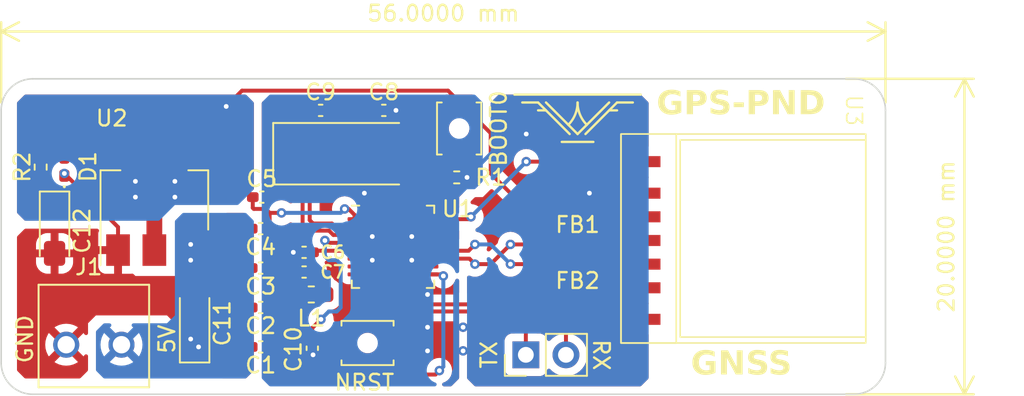
<source format=kicad_pcb>
(kicad_pcb (version 20221018) (generator pcbnew)
  (layers (0 "F.Cu" signal) (31 "B.Cu" signal) (34 "B.Paste" user) (35 "F.Paste" user) (36 "B.SilkS" user "B.Silkscreen") (37 "F.SilkS" user "F.Silkscreen") (38 "B.Mask" user) (39 "F.Mask" user) (44 "Edge.Cuts" user))
  (net 0 "")
  (net 1 "VBAT")
  (net 2 "GND")
  (net 3 "VDDA")
  (net 4 "OSC_IN")
  (net 5 "OSC_OUT")
  (net 6 "NRST")
  (net 7 "5V")
  (net 8 "Net-(D1-A)")
  (net 9 "Net-(U3-RXD)")
  (net 10 "USART1_tX")
  (net 11 "Net-(U3-TXD)")
  (net 12 "USART1_rX")
  (net 13 "BOOT0")
  (net 16 "USART2_tX")
  (net 17 "USART2_rX")
  (net 18 "PPS(interrupt)")
  (net 24 "unconnected-(U1-PA11-Pad21)")
  (footprint "Crystal:Crystal_SMD_0603-2Pin_6.0x3.5mm_HandSoldering" (layer "F.Cu") (at 151 98.75)
    (fp_text reference "Y1" hide)
    (fp_text value "8Mhz" hide)
    (fp_line (start -4.775 -1.95) (end -4.775 1.95) (stroke (width 0.12)) (layer "F.SilkS"))
    (fp_line (start -4.775 1.95) (end 3.2 1.95) (stroke (width 0.12)) (layer "F.SilkS"))
    (fp_line (start 3.2 -1.95) (end -4.775 -1.95) (stroke (width 0.12)) (layer "F.SilkS"))
    (pad "1" smd rect (at -2.9125 0) (size 3.325 2.5) (layers "F.Cu" "F.Paste" "F.Mask") (net 5 "OSC_OUT"))
    (pad "2" smd rect (at 2.9125 0) (size 3.325 2.5) (layers "F.Cu" "F.Paste" "F.Mask") (net 4 "OSC_IN"))
  )
  (footprint "GPS-PND:ED555_2DS" (layer "F.Cu") (at 134.8685 110.8585)
    (fp_text reference "J1" (at -0.325 -4.925) (layer "F.SilkS"))
    (fp_text value "ED555/2DS" hide)
    (fp_line (start -3.5 -3.8) (end -3.5 2.7) (stroke (width 0.127)) (layer "F.SilkS"))
    (fp_line (start -3.5 2.7) (end 3.5 2.7) (stroke (width 0.127)) (layer "F.SilkS"))
    (fp_line (start 3.5 -3.8) (end -3.5 -3.8) (stroke (width 0.127)) (layer "F.SilkS"))
    (fp_line (start 3.5 2.7) (end 3.5 -3.8) (stroke (width 0.127)) (layer "F.SilkS"))
    (pad "1" thru_hole circle (at -1.75 0) (size 1.65 1.65) (drill 1.1) (layers "*.Cu" "*.Mask") (net 2 "GND"))
    (pad "2" thru_hole circle (at 1.75 0) (size 1.65 1.65) (drill 1.1) (layers "*.Cu" "*.Mask") (net 7 "5V"))
  )
  (footprint "Connector_PinHeader_2.54mm:PinHeader_1x02_P2.54mm_Vertical" (layer "F.Cu") (at 162.225 111.5 90)
    (fp_text reference "TX" (at 0 -2.33 90) (layer "F.SilkS"))
    (fp_text value "Conn_01x02" hide)
    (fp_line (start -1.33 -1.33) (end 0 -1.33) (stroke (width 0.12)) (layer "F.SilkS"))
    (fp_line (start -1.33 0) (end -1.33 -1.33) (stroke (width 0.12)) (layer "F.SilkS"))
    (fp_line (start -1.33 1.27) (end -1.33 3.87) (stroke (width 0.12)) (layer "F.SilkS"))
    (fp_line (start -1.33 1.27) (end 1.33 1.27) (stroke (width 0.12)) (layer "F.SilkS"))
    (fp_line (start -1.33 3.87) (end 1.33 3.87) (stroke (width 0.12)) (layer "F.SilkS"))
    (fp_line (start 1.33 1.27) (end 1.33 3.87) (stroke (width 0.12)) (layer "F.SilkS"))
    (pad "1" thru_hole rect (at 0 0 90) (size 1.7 1.7) (drill 1) (layers "*.Cu" "*.Mask") (net 16 "USART2_tX"))
    (pad "2" thru_hole oval (at 0 2.54 90) (size 1.7 1.7) (drill 1) (layers "*.Cu" "*.Mask") (net 17 "USART2_rX"))
  )
  (footprint "Package_DFN_QFN:QFN-32-1EP_5x5mm_P0.5mm_EP3.45x3.45mm" (layer "F.Cu") (at 153.8125 104.65)
    (fp_text reference "U1" (at 4.1 -2.4) (layer "F.SilkS"))
    (fp_text value "STM32F301K6Ux")
    (fp_line (start -2.61 2.61) (end -2.61 2.135) (stroke (width 0.12)) (layer "F.SilkS"))
    (fp_line (start -2.135 -2.61) (end -2.61 -2.61) (stroke (width 0.12)) (layer "F.SilkS"))
    (fp_line (start -2.135 2.61) (end -2.61 2.61) (stroke (width 0.12)) (layer "F.SilkS"))
    (fp_line (start 2.135 -2.61) (end 2.61 -2.61) (stroke (width 0.12)) (layer "F.SilkS"))
    (fp_line (start 2.135 2.61) (end 2.61 2.61) (stroke (width 0.12)) (layer "F.SilkS"))
    (fp_line (start 2.61 -2.61) (end 2.61 -2.135) (stroke (width 0.12)) (layer "F.SilkS"))
    (fp_line (start 2.61 2.61) (end 2.61 2.135) (stroke (width 0.12)) (layer "F.SilkS"))
    (pad "1" smd roundrect (at -2.4375 -1.75) (size 0.875 0.25) (layers "F.Cu" "F.Paste" "F.Mask") (net 1 "VBAT"))
    (pad "2" smd roundrect (at -2.4375 -1.25) (size 0.875 0.25) (layers "F.Cu" "F.Paste" "F.Mask") (net 4 "OSC_IN"))
    (pad "3" smd roundrect (at -2.4375 -0.75) (size 0.875 0.25) (layers "F.Cu" "F.Paste" "F.Mask") (net 5 "OSC_OUT"))
    (pad "4" smd roundrect (at -2.4375 -0.25) (size 0.875 0.25) (layers "F.Cu" "F.Paste" "F.Mask") (net 6 "NRST"))
    (pad "5" smd roundrect (at -2.4375 0.25) (size 0.875 0.25) (layers "F.Cu" "F.Paste" "F.Mask") (net 3 "VDDA"))
    (pad "6" smd roundrect (at -2.4375 0.75) (size 0.875 0.25) (layers "F.Cu" "F.Paste" "F.Mask") (net 2 "GND"))
    (pad "7" smd roundrect (at -2.4375 1.25) (size 0.875 0.25) (layers "F.Cu" "F.Paste" "F.Mask"))
    (pad "8" smd roundrect (at -2.4375 1.75) (size 0.875 0.25) (layers "F.Cu" "F.Paste" "F.Mask"))
    (pad "9" smd roundrect (at -1.75 2.4375) (size 0.25 0.875) (layers "F.Cu" "F.Paste" "F.Mask") (net 16 "USART2_tX"))
    (pad "10" smd roundrect (at -1.25 2.4375) (size 0.25 0.875) (layers "F.Cu" "F.Paste" "F.Mask") (net 17 "USART2_rX"))
    (pad "11" smd roundrect (at -0.75 2.4375) (size 0.25 0.875) (layers "F.Cu" "F.Paste" "F.Mask"))
    (pad "12" smd roundrect (at -0.25 2.4375) (size 0.25 0.875) (layers "F.Cu" "F.Paste" "F.Mask"))
    (pad "13" smd roundrect (at 0.25 2.4375) (size 0.25 0.875) (layers "F.Cu" "F.Paste" "F.Mask"))
    (pad "14" smd roundrect (at 0.75 2.4375) (size 0.25 0.875) (layers "F.Cu" "F.Paste" "F.Mask"))
    (pad "15" smd roundrect (at 1.25 2.4375) (size 0.25 0.875) (layers "F.Cu" "F.Paste" "F.Mask"))
    (pad "16" smd roundrect (at 1.75 2.4375) (size 0.25 0.875) (layers "F.Cu" "F.Paste" "F.Mask") (net 2 "GND"))
    (pad "17" smd roundrect (at 2.4375 1.75) (size 0.875 0.25) (layers "F.Cu" "F.Paste" "F.Mask") (net 1 "VBAT"))
    (pad "18" smd roundrect (at 2.4375 1.25) (size 0.875 0.25) (layers "F.Cu" "F.Paste" "F.Mask"))
    (pad "19" smd roundrect (at 2.4375 0.75) (size 0.875 0.25) (layers "F.Cu" "F.Paste" "F.Mask") (net 10 "USART1_tX"))
    (pad "20" smd roundrect (at 2.4375 0.25) (size 0.875 0.25) (layers "F.Cu" "F.Paste" "F.Mask") (net 12 "USART1_rX"))
    (pad "21" smd roundrect (at 2.4375 -0.25) (size 0.875 0.25) (layers "F.Cu" "F.Paste" "F.Mask") (net 24 "unconnected-(U1-PA11-Pad21)"))
    (pad "22" smd roundrect (at 2.4375 -0.75) (size 0.875 0.25) (layers "F.Cu" "F.Paste" "F.Mask"))
    (pad "23" smd roundrect (at 2.4375 -1.25) (size 0.875 0.25) (layers "F.Cu" "F.Paste" "F.Mask"))
    (pad "24" smd roundrect (at 2.4375 -1.75) (size 0.875 0.25) (layers "F.Cu" "F.Paste" "F.Mask") (net 18 "PPS(interrupt)"))
    (pad "25" smd roundrect (at 1.75 -2.4375) (size 0.25 0.875) (layers "F.Cu" "F.Paste" "F.Mask"))
    (pad "26" smd roundrect (at 1.25 -2.4375) (size 0.25 0.875) (layers "F.Cu" "F.Paste" "F.Mask"))
    (pad "27" smd roundrect (at 0.75 -2.4375) (size 0.25 0.875) (layers "F.Cu" "F.Paste" "F.Mask"))
    (pad "28" smd roundrect (at 0.25 -2.4375) (size 0.25 0.875) (layers "F.Cu" "F.Paste" "F.Mask"))
    (pad "29" smd roundrect (at -0.25 -2.4375) (size 0.25 0.875) (layers "F.Cu" "F.Paste" "F.Mask"))
    (pad "30" smd roundrect (at -0.75 -2.4375) (size 0.25 0.875) (layers "F.Cu" "F.Paste" "F.Mask"))
    (pad "31" smd roundrect (at -1.25 -2.4375) (size 0.25 0.875) (layers "F.Cu" "F.Paste" "F.Mask") (net 13 "BOOT0"))
    (pad "32" smd roundrect (at -1.75 -2.4375) (size 0.25 0.875) (layers "F.Cu" "F.Paste" "F.Mask") (net 2 "GND"))
    (pad "33" smd rect (at 0 0) (size 3.45 3.45) (layers "F.Cu" "F.Mask") (net 2 "GND"))
  )
  (footprint "Capacitor_SMD:C_0402_1005Metric_Pad0.74x0.62mm_HandSolder" (layer "F.Cu") (at 148.1825 106.25)
    (fp_text reference "C7" (at 1.8175 0) (layer "F.SilkS") (effects (font (size 0.8 0.8))))
    (fp_text value "10 nF" hide)
    (fp_line (start -0.115835 -0.36) (end 0.115835 -0.36) (stroke (width 0.12)) (layer "F.SilkS"))
    (fp_line (start -0.115835 0.36) (end 0.115835 0.36) (stroke (width 0.12)) (layer "F.SilkS"))
    (pad "1" smd roundrect (at -0.5675 0) (size 0.735 0.62) (layers "F.Cu" "F.Paste" "F.Mask") (net 2 "GND"))
    (pad "2" smd roundrect (at 0.5675 0) (size 0.735 0.62) (layers "F.Cu" "F.Paste" "F.Mask") (net 3 "VDDA"))
  )
  (footprint "GPS-PND:MS38SN3" (layer "F.Cu") (at 176 104.25 -90)
    (fp_text reference "U3" (at -8.25 -7 -90 unlocked) (layer "F.SilkS") (effects (font (thickness 0.1))))
    (fp_text value "~" hide)
    (fp_rect (start -6.75 -7.75) (end 6.5 7.75) (stroke (width 0.1)) (fill none) (layer "F.SilkS"))
    (fp_rect (start -6.75 4.25) (end 6.5 7.75) (stroke (width 0.1)) (fill none) (layer "F.SilkS"))
    (fp_rect (start -6.375 -7.75) (end 6.125 4) (stroke (width 0.1)) (fill none) (layer "F.SilkS"))
    (pad "1" smd rect (at 5 6.5 270) (size 0.7 2.5) (layers "F.Cu" "F.Paste" "F.Mask"))
    (pad "2" smd rect (at 3 6.5 270) (size 0.7 2.5) (layers "F.Cu" "F.Paste" "F.Mask"))
    (pad "3" smd rect (at 1.5 6.5 270) (size 0.7 2.5) (layers "F.Cu" "F.Paste" "F.Mask") (net 11 "Net-(U3-TXD)"))
    (pad "4" smd rect (at 0 6.5 270) (size 0.7 2.5) (layers "F.Cu" "F.Paste" "F.Mask") (net 9 "Net-(U3-RXD)"))
    (pad "5" smd rect (at -1.5 6.5 270) (size 0.7 2.5) (layers "F.Cu" "F.Paste" "F.Mask") (net 1 "VBAT"))
    (pad "6" smd rect (at -3 6.5 270) (size 0.7 2.5) (layers "F.Cu" "F.Paste" "F.Mask") (net 2 "GND"))
    (pad "7" smd rect (at -5 6.5 270) (size 0.7 2.5) (layers "F.Cu" "F.Paste" "F.Mask") (net 18 "PPS(interrupt)"))
  )
  (footprint "Resistor_SMD:R_0402_1005Metric_Pad0.72x0.64mm_HandSolder" (layer "F.Cu") (at 157.8475 100.25)
    (fp_text reference "R1" (at 2.1525 0) (layer "F.SilkS"))
    (fp_text value "4.7k" hide)
    (fp_line (start -0.167621 -0.38) (end 0.167621 -0.38) (stroke (width 0.12)) (layer "F.SilkS"))
    (fp_line (start -0.167621 0.38) (end 0.167621 0.38) (stroke (width 0.12)) (layer "F.SilkS"))
    (pad "1" smd roundrect (at -0.5975 0) (size 0.715 0.64) (layers "F.Cu" "F.Paste" "F.Mask") (net 13 "BOOT0"))
    (pad "2" smd roundrect (at 0.5975 0) (size 0.715 0.64) (layers "F.Cu" "F.Paste" "F.Mask") (net 2 "GND"))
  )
  (footprint "Capacitor_SMD:C_0402_1005Metric_Pad0.74x0.62mm_HandSolder" (layer "F.Cu") (at 145.4325 111 180)
    (fp_text reference "C1" (at 0 -1.16) (layer "F.SilkS"))
    (fp_text value "100 nF" hide)
    (fp_line (start -0.115835 -0.36) (end 0.115835 -0.36) (stroke (width 0.12)) (layer "F.SilkS"))
    (fp_line (start -0.115835 0.36) (end 0.115835 0.36) (stroke (width 0.12)) (layer "F.SilkS"))
    (pad "1" smd roundrect (at -0.5675 0 180) (size 0.735 0.62) (layers "F.Cu" "F.Paste" "F.Mask") (net 1 "VBAT"))
    (pad "2" smd roundrect (at 0.5675 0 180) (size 0.735 0.62) (layers "F.Cu" "F.Paste" "F.Mask") (net 2 "GND"))
  )
  (footprint "Inductor_SMD:L_0603_1608Metric_Pad1.05x0.95mm_HandSolder" (layer "F.Cu") (at 148.6375 107.6725)
    (fp_text reference "L1" (at 0 1.51) (layer "F.SilkS"))
    (fp_text value "27 nH" hide)
    (fp_line (start -0.171267 -0.51) (end 0.171267 -0.51) (stroke (width 0.12)) (layer "F.SilkS"))
    (fp_line (start -0.171267 0.51) (end 0.171267 0.51) (stroke (width 0.12)) (layer "F.SilkS"))
    (pad "1" smd roundrect (at -0.875 0) (size 1.05 0.95) (layers "F.Cu" "F.Paste" "F.Mask") (net 1 "VBAT"))
    (pad "2" smd roundrect (at 0.875 0) (size 1.05 0.95) (layers "F.Cu" "F.Paste" "F.Mask") (net 3 "VDDA"))
  )
  (footprint "Capacitor_SMD:C_0402_1005Metric_Pad0.74x0.62mm_HandSolder" (layer "F.Cu") (at 148.1825 105)
    (fp_text reference "C6" (at 1.8175 0) (layer "F.SilkS") (effects (font (size 0.8 0.8))))
    (fp_text value "1 uF" hide)
    (fp_line (start -0.115835 -0.36) (end 0.115835 -0.36) (stroke (width 0.12)) (layer "F.SilkS"))
    (fp_line (start -0.115835 0.36) (end 0.115835 0.36) (stroke (width 0.12)) (layer "F.SilkS"))
    (pad "1" smd roundrect (at -0.5675 0) (size 0.735 0.62) (layers "F.Cu" "F.Paste" "F.Mask") (net 2 "GND"))
    (pad "2" smd roundrect (at 0.5675 0) (size 0.735 0.62) (layers "F.Cu" "F.Paste" "F.Mask") (net 3 "VDDA"))
  )
  (footprint "Capacitor_SMD:C_0402_1005Metric_Pad0.74x0.62mm_HandSolder" (layer "F.Cu") (at 153.23 96)
    (fp_text reference "C8" (at 0 -1.16) (layer "F.SilkS"))
    (fp_text value "5 pF" hide)
    (fp_line (start -0.115835 -0.36) (end 0.115835 -0.36) (stroke (width 0.12)) (layer "F.SilkS"))
    (fp_line (start -0.115835 0.36) (end 0.115835 0.36) (stroke (width 0.12)) (layer "F.SilkS"))
    (pad "1" smd roundrect (at -0.5675 0) (size 0.735 0.62) (layers "F.Cu" "F.Paste" "F.Mask") (net 4 "OSC_IN"))
    (pad "2" smd roundrect (at 0.5675 0) (size 0.735 0.62) (layers "F.Cu" "F.Paste" "F.Mask") (net 2 "GND"))
  )
  (footprint "Capacitor_SMD:C_0402_1005Metric_Pad0.74x0.62mm_HandSolder" (layer "F.Cu") (at 145.5 101.5)
    (fp_text reference "C5" (at 0 -1.16) (layer "F.SilkS"))
    (fp_text value "4.7 uF" hide)
    (fp_line (start -0.115835 -0.36) (end 0.115835 -0.36) (stroke (width 0.12)) (layer "F.SilkS"))
    (fp_line (start -0.115835 0.36) (end 0.115835 0.36) (stroke (width 0.12)) (layer "F.SilkS"))
    (pad "1" smd roundrect (at -0.5675 0) (size 0.735 0.62) (layers "F.Cu" "F.Paste" "F.Mask") (net 1 "VBAT"))
    (pad "2" smd roundrect (at 0.5675 0) (size 0.735 0.62) (layers "F.Cu" "F.Paste" "F.Mask") (net 2 "GND"))
  )
  (footprint "LED_SMD:LED_0402_1005Metric_Pad0.77x0.64mm_HandSolder" (layer "F.Cu") (at 133 99.572501 90)
    (fp_text reference "D1" (at 0 1.5 90) (layer "F.SilkS"))
    (fp_text value "~" hide)
    (fp_circle (center -1.265 0) (end -1.215 0) (stroke (width 0.1)) (fill none) (layer "F.SilkS"))
    (pad "1" smd roundrect (at -0.5725 0 90) (size 0.765 0.64) (layers "F.Cu" "F.Paste" "F.Mask") (net 2 "GND"))
    (pad "2" smd roundrect (at 0.5725 0 90) (size 0.765 0.64) (layers "F.Cu" "F.Paste" "F.Mask") (net 8 "Net-(D1-A)"))
  )
  (footprint "Capacitor_Tantalum_SMD:CP_EIA-3216-12_Kemet-S_Pad1.58x1.35mm_HandSolder" (layer "F.Cu") (at 141.25 109.5 90)
    (fp_text reference "C11" (at 0 1.75 90) (layer "F.SilkS"))
    (fp_text value "10 uF")
    (fp_line (start -2.485 -0.935) (end -2.485 0.935) (stroke (width 0.12)) (layer "F.SilkS"))
    (fp_line (start -2.485 0.935) (end 1.6 0.935) (stroke (width 0.12)) (layer "F.SilkS"))
    (fp_line (start 1.6 -0.935) (end -2.485 -0.935) (stroke (width 0.12)) (layer "F.SilkS"))
    (pad "1" smd roundrect (at -1.4375 0 90) (size 1.575 1.35) (layers "F.Cu" "F.Paste" "F.Mask") (roundrect_rratio 0.185185) (net 7 "5V"))
    (pad "2" smd roundrect (at 1.4375 0 90) (size 1.575 1.35) (layers "F.Cu" "F.Paste" "F.Mask") (roundrect_rratio 0.185185) (net 2 "GND"))
  )
  (footprint "Capacitor_Tantalum_SMD:CP_EIA-3216-12_Kemet-S_Pad1.58x1.35mm_HandSolder" (layer "F.Cu") (at 132.38 103.63 -90)
    (fp_text reference "C12" (at 0 -1.75 -90) (layer "F.SilkS"))
    (fp_text value "22 uF")
    (fp_line (start -2.485 -0.935) (end -2.485 0.935) (stroke (width 0.12)) (layer "F.SilkS"))
    (fp_line (start -2.485 0.935) (end 1.6 0.935) (stroke (width 0.12)) (layer "F.SilkS"))
    (fp_line (start 1.6 -0.935) (end -2.485 -0.935) (stroke (width 0.12)) (layer "F.SilkS"))
    (pad "1" smd roundrect (at -1.4375 0 270) (size 1.575 1.35) (layers "F.Cu" "F.Paste" "F.Mask") (roundrect_rratio 0.185185) (net 1 "VBAT"))
    (pad "2" smd roundrect (at 1.4375 0 270) (size 1.575 1.35) (layers "F.Cu" "F.Paste" "F.Mask") (roundrect_rratio 0.185185) (net 2 "GND"))
  )
  (footprint "Capacitor_SMD:C_0402_1005Metric_Pad0.74x0.62mm_HandSolder" (layer "F.Cu") (at 149.23 96)
    (fp_text reference "C9" (at 0 -1.16) (layer "F.SilkS"))
    (fp_text value "25 pF" hide)
    (fp_line (start -0.115835 -0.36) (end 0.115835 -0.36) (stroke (width 0.12)) (layer "F.SilkS"))
    (fp_line (start -0.115835 0.36) (end 0.115835 0.36) (stroke (width 0.12)) (layer "F.SilkS"))
    (pad "1" smd roundrect (at -0.5675 0) (size 0.735 0.62) (layers "F.Cu" "F.Paste" "F.Mask") (net 5 "OSC_OUT"))
    (pad "2" smd roundrect (at 0.5675 0) (size 0.735 0.62) (layers "F.Cu" "F.Paste" "F.Mask") (net 2 "GND"))
  )
  (footprint "Button_Switch_SMD:SW_SPST_B3U-1000P-B" (layer "F.Cu") (at 152.200001 110.75 180)
    (fp_text reference "NRST" (at 0.200001 -2.5) (layer "F.SilkS"))
    (fp_text value "~" hide)
    (fp_line (start -1.65 -1.4) (end 1.65 -1.4) (stroke (width 0.12)) (layer "F.SilkS"))
    (fp_line (start -1.65 -1.1) (end -1.65 -1.4) (stroke (width 0.12)) (layer "F.SilkS"))
    (fp_line (start -1.65 1.1) (end -1.65 1.4) (stroke (width 0.12)) (layer "F.SilkS"))
    (fp_line (start -1.65 1.4) (end 1.65 1.4) (stroke (width 0.12)) (layer "F.SilkS"))
    (fp_line (start 1.65 -1.4) (end 1.65 -1.1) (stroke (width 0.12)) (layer "F.SilkS"))
    (fp_line (start 1.65 1.4) (end 1.65 1.1) (stroke (width 0.12)) (layer "F.SilkS"))
    (pad "" np_thru_hole circle (at 0 0 180) (size 0.8 0.8) (drill 0.8) (layers "*.Cu" "*.Mask"))
    (pad "1" smd rect (at -1.7 0 180) (size 0.9 1.7) (layers "F.Cu" "F.Paste" "F.Mask") (net 2 "GND"))
    (pad "2" smd rect (at 1.7 0 180) (size 0.9 1.7) (layers "F.Cu" "F.Paste" "F.Mask") (net 6 "NRST"))
  )
  (footprint "Capacitor_SMD:C_0402_1005Metric_Pad0.74x0.62mm_HandSolder" (layer "F.Cu") (at 145.4325 108.5 180)
    (fp_text reference "C2" (at 0 -1.16) (layer "F.SilkS"))
    (fp_text value "100 nF" hide)
    (fp_line (start -0.115835 -0.36) (end 0.115835 -0.36) (stroke (width 0.12)) (layer "F.SilkS"))
    (fp_line (start -0.115835 0.36) (end 0.115835 0.36) (stroke (width 0.12)) (layer "F.SilkS"))
    (pad "1" smd roundrect (at -0.5675 0 180) (size 0.735 0.62) (layers "F.Cu" "F.Paste" "F.Mask") (net 1 "VBAT"))
    (pad "2" smd roundrect (at 0.5675 0 180) (size 0.735 0.62) (layers "F.Cu" "F.Paste" "F.Mask") (net 2 "GND"))
  )
  (footprint "Resistor_SMD:R_0402_1005Metric_Pad0.72x0.64mm_HandSolder" (layer "F.Cu") (at 131.5 99.5975 90)
    (fp_text reference "R2" (at 0 -1.17 90) (layer "F.SilkS"))
    (fp_text value "4.7k")
    (fp_line (start -0.167621 -0.38) (end 0.167621 -0.38) (stroke (width 0.12)) (layer "F.SilkS"))
    (fp_line (start -0.167621 0.38) (end 0.167621 0.38) (stroke (width 0.12)) (layer "F.SilkS"))
    (pad "1" smd roundrect (at -0.5975 0 90) (size 0.715 0.64) (layers "F.Cu" "F.Paste" "F.Mask") (net 1 "VBAT"))
    (pad "2" smd roundrect (at 0.5975 0 90) (size 0.715 0.64) (layers "F.Cu" "F.Paste" "F.Mask") (net 8 "Net-(D1-A)"))
  )
  (footprint "Package_TO_SOT_SMD:SOT-223-3_TabPin2" (layer "F.Cu") (at 138.7 101.71 90)
    (fp_text reference "U2" (at 5.21 -2.7 180) (layer "F.SilkS"))
    (fp_text value "AZ1117-3.3")
    (fp_line (start -4.1 -3.41) (end 1.91 -3.41) (stroke (width 0.12)) (layer "F.SilkS"))
    (fp_line (start -1.85 3.41) (end 1.91 3.41) (stroke (width 0.12)) (layer "F.SilkS"))
    (fp_line (start 1.91 -3.41) (end 1.91 -2.15) (stroke (width 0.12)) (layer "F.SilkS"))
    (fp_line (start 1.91 3.41) (end 1.91 2.15) (stroke (width 0.12)) (layer "F.SilkS"))
    (pad "1" smd rect (at -3.15 -2.3 90) (size 2 1.5) (layers "F.Cu" "F.Paste" "F.Mask") (net 2 "GND"))
    (pad "2" smd rect (at -3.15 0 90) (size 2 1.5) (layers "F.Cu" "F.Paste" "F.Mask") (net 1 "VBAT"))
    (pad "2" smd rect (at 3.15 0 90) (size 2 3.8) (layers "F.Cu" "F.Paste" "F.Mask") (net 1 "VBAT"))
    (pad "3" smd rect (at -3.15 2.3 90) (size 2 1.5) (layers "F.Cu" "F.Paste" "F.Mask") (net 7 "5V"))
  )
  (footprint "Capacitor_SMD:C_0402_1005Metric_Pad0.74x0.62mm_HandSolder" (layer "F.Cu") (at 148.7 111.0825 -90)
    (fp_text reference "C10" (at 0.0675 1.2 90) (layer "F.SilkS"))
    (fp_text value "25 pF" hide)
    (fp_line (start -0.115835 -0.36) (end 0.115835 -0.36) (stroke (width 0.12)) (layer "F.SilkS"))
    (fp_line (start -0.115835 0.36) (end 0.115835 0.36) (stroke (width 0.12)) (layer "F.SilkS"))
    (pad "1" smd roundrect (at -0.5675 0 270) (size 0.735 0.62) (layers "F.Cu" "F.Paste" "F.Mask") (net 6 "NRST"))
    (pad "2" smd roundrect (at 0.5675 0 270) (size 0.735 0.62) (layers "F.Cu" "F.Paste" "F.Mask") (net 2 "GND"))
  )
  (footprint "Inductor_SMD:L_0201_0603Metric_Pad0.64x0.40mm_HandSolder" (layer "F.Cu") (at 165.5 105.75 180)
    (fp_text reference "FB2" (at 0 -1.05) (layer "F.SilkS"))
    (fp_text value "BLM15HD102SN1" hide)
    (pad "1" smd roundrect (at -0.4075 0 180) (size 0.635 0.4) (layers "F.Cu" "F.Mask") (net 11 "Net-(U3-TXD)"))
    (pad "2" smd roundrect (at 0.4075 0 180) (size 0.635 0.4) (layers "F.Cu" "F.Mask") (net 12 "USART1_rX"))
  )
  (footprint "Inductor_SMD:L_0201_0603Metric_Pad0.64x0.40mm_HandSolder" (layer "F.Cu") (at 165.5 104.5 180)
    (fp_text reference "FB1" (at 0 1.25) (layer "F.SilkS"))
    (fp_text value "BLM15HD102SN1" hide)
    (pad "1" smd roundrect (at -0.4075 0 180) (size 0.635 0.4) (layers "F.Cu" "F.Mask") (net 9 "Net-(U3-RXD)"))
    (pad "2" smd roundrect (at 0.4075 0 180) (size 0.635 0.4) (layers "F.Cu" "F.Mask") (net 10 "USART1_tX"))
  )
  (footprint "Capacitor_SMD:C_0402_1005Metric_Pad0.74x0.62mm_HandSolder" (layer "F.Cu") (at 145.4325 103.5 180)
    (fp_text reference "C4" (at 0 -1.16) (layer "F.SilkS"))
    (fp_text value "100 nF" hide)
    (fp_line (start -0.115835 -0.36) (end 0.115835 -0.36) (stroke (width 0.12)) (layer "F.SilkS"))
    (fp_line (start -0.115835 0.36) (end 0.115835 0.36) (stroke (width 0.12)) (layer "F.SilkS"))
    (pad "1" smd roundrect (at -0.5675 0 180) (size 0.735 0.62) (layers "F.Cu" "F.Paste" "F.Mask") (net 1 "VBAT"))
    (pad "2" smd roundrect (at 0.5675 0 180) (size 0.735 0.62) (layers "F.Cu" "F.Paste" "F.Mask") (net 2 "GND"))
  )
  (footprint "Button_Switch_SMD:SW_SPST_B3U-1000P-B" (layer "F.Cu") (at 158 97.15 90)
    (fp_text reference "BOOT0" (at 0 2.5 90) (layer "F.SilkS"))
    (fp_text value "~")
    (fp_line (start -1.65 -1.4) (end 1.65 -1.4) (stroke (width 0.12)) (layer "F.SilkS"))
    (fp_line (start -1.65 -1.1) (end -1.65 -1.4) (stroke (width 0.12)) (layer "F.SilkS"))
    (fp_line (start -1.65 1.1) (end -1.65 1.4) (stroke (width 0.12)) (layer "F.SilkS"))
    (fp_line (start -1.65 1.4) (end 1.65 1.4) (stroke (width 0.12)) (layer "F.SilkS"))
    (fp_line (start 1.65 -1.4) (end 1.65 -1.1) (stroke (width 0.12)) (layer "F.SilkS"))
    (fp_line (start 1.65 1.4) (end 1.65 1.1) (stroke (width 0.12)) (layer "F.SilkS"))
    (pad "" np_thru_hole circle (at 0 0 90) (size 0.8 0.8) (drill 0.8) (layers "*.Cu" "*.Mask"))
    (pad "1" smd rect (at -1.7 0 90) (size 0.9 1.7) (layers "F.Cu" "F.Paste" "F.Mask") (net 13 "BOOT0"))
    (pad "2" smd rect (at 1.7 0 90) (size 0.9 1.7) (layers "F.Cu" "F.Paste" "F.Mask") (net 1 "VBAT"))
  )
  (footprint "Capacitor_SMD:C_0402_1005Metric_Pad0.74x0.62mm_HandSolder" (layer "F.Cu") (at 145.4325 106 180)
    (fp_text reference "C3" (at 0 -1.16) (layer "F.SilkS"))
    (fp_text value "100 nF" hide)
    (fp_line (start -0.115835 -0.36) (end 0.115835 -0.36) (stroke (width 0.12)) (layer "F.SilkS"))
    (fp_line (start -0.115835 0.36) (end 0.115835 0.36) (stroke (width 0.12)) (layer "F.SilkS"))
    (pad "1" smd roundrect (at -0.5675 0 180) (size 0.735 0.62) (layers "F.Cu" "F.Paste" "F.Mask") (net 1 "VBAT"))
    (pad "2" smd roundrect (at 0.5675 0 180) (size 0.735 0.62) (layers "F.Cu" "F.Paste" "F.Mask") (net 2 "GND"))
  )
  (gr_line (start 165.5 97.5) (end 167.5 95.5) (stroke (width 0.15)) (layer "F.SilkS"))
  (gr_line (start 164.5 98) (end 166.5 98) (stroke (width 0.15)) (layer "F.SilkS"))
  (gr_line (start 161.5 95) (end 169.5 95) (stroke (width 0.15)) (layer "F.SilkS"))
  (gr_line (start 165 97.5) (end 163 95.5) (stroke (width 0.15)) (layer "F.SilkS"))
  (gr_line (start 168 95.5) (end 169 95.5) (stroke (width 0.15)) (layer "F.SilkS"))
  (gr_line (start 166 97.5) (end 168 95.5) (stroke (width 0.15)) (layer "F.SilkS"))
  (gr_line (start 163.5 96) (end 163 96) (stroke (width 0.15)) (layer "F.SilkS"))
  (gr_arc (start 166.085786 96.914214) (mid 165.65224 96.265367) (end 165.5 95.5) (stroke (width 0.15)) (layer "F.SilkS"))
  (gr_line (start 167.5 96) (end 168 96) (stroke (width 0.15)) (layer "F.SilkS"))
  (gr_arc (start 165.5 95.5) (mid 165.347759 96.265367) (end 164.914214 96.914214) (stroke (width 0.15)) (layer "F.SilkS"))
  (gr_line (start 163.5 95.5) (end 165.5 97.5) (stroke (width 0.15)) (layer "F.SilkS"))
  (gr_line (start 163 95.5) (end 162 95.5) (stroke (width 0.15)) (layer "F.SilkS"))
  (gr_line (start 129 112) (end 129 96) (stroke (width 0.1)) (layer "Edge.Cuts"))
  (gr_arc (start 185 112) (mid 184.414214 113.414214) (end 183 114) (stroke (width 0.1)) (layer "Edge.Cuts"))
  (gr_arc (start 183 94) (mid 184.414214 94.585786) (end 185 96) (stroke (width 0.1)) (layer "Edge.Cuts"))
  (gr_line (start 131 94) (end 183 94) (stroke (width 0.1)) (layer "Edge.Cuts"))
  (gr_arc (start 129 96) (mid 129.585786 94.585786) (end 131 94) (stroke (width 0.1)) (layer "Edge.Cuts"))
  (gr_arc (start 131 114) (mid 129.585786 113.414214) (end 129 112) (stroke (width 0.1)) (layer "Edge.Cuts"))
  (gr_line (start 183 114) (end 131 114) (stroke (width 0.1)) (layer "Edge.Cuts"))
  (gr_line (start 185 96) (end 185 112) (stroke (width 0.1)) (layer "Edge.Cuts"))
  (gr_text "GNSS" (at 172.667411 113) (layer "F.SilkS") (effects (font (size 1.5 1.5) (thickness 0.3) bold) (justify left bottom)))
  (gr_text "5V" (at 139.5 110.5 90) (layer "F.SilkS") (effects (font (size 1 1))))
  (gr_text "GPS-PND" (at 170.5 96.5) (layer "F.SilkS") (effects (font (size 1.5 1.5) (thickness 0.3) bold) (justify left bottom)))
  (gr_text "GND" (at 130.5 110.5 90) (layer "F.SilkS") (effects (font (size 1 1))))
  (gr_text "RX" (at 167 111.5 270) (layer "F.SilkS") (effects (font (size 1 1))))
  (dimension (type aligned) (layer "F.SilkS") (pts (xy 182 94) (xy 182 114)) (height -8) (gr_text "20.0000 mm" (at 188.85 104 90) (layer "F.SilkS") (effects (font (size 1 1) (thickness 0.15)))) (format (prefix "") (suffix "") (units 3) (units_format 1) (precision 4)) (style (thickness 0.15) (arrow_length 1.27) (text_position_mode 0) (extension_height 0.58642) (extension_offset 0.5) keep_text_aligned))
  (dimension (type aligned) (layer "F.SilkS") (pts (xy 129 96) (xy 185 96)) (height -5) (gr_text "56.0000 mm" (at 157 89.85) (layer "F.SilkS") (effects (font (size 1 1) (thickness 0.15)))) (format (prefix "") (suffix "") (units 3) (units_format 1) (precision 4)) (style (thickness 0.15) (arrow_length 1.27) (text_position_mode 0) (extension_height 0.58642) (extension_offset 0.5) keep_text_aligned))
  (segment (start 146 102.5) (end 146 103.5) (width 0.25) (layer "F.Cu") (net 1))
  (segment (start 157.3 94.75) (end 144.25 94.75) (width 0.25) (layer "F.Cu") (net 1))
  (segment (start 138.7 104.86) (end 138.7 98.56) (width 1) (layer "F.Cu") (net 1))
  (segment (start 150.75 102.25) (end 151 102.25) (width 0.25) (layer "F.Cu") (net 1))
  (segment (start 147.7625 107.6725) (end 146.0775 107.6725) (width 0.25) (layer "F.Cu") (net 1))
  (segment (start 162.75 102.75) (end 160 100) (width 0.25) (layer "F.Cu") (net 1))
  (segment (start 146 112.75) (end 146 111) (width 0.25) (layer "F.Cu") (net 1))
  (segment (start 156.5 112.75) (end 146 112.75) (width 0.25) (layer "F.Cu") (net 1))
  (segment (start 146 108.635) (end 146 111) (width 0.25) (layer "F.Cu") (net 1))
  (segment (start 146 108.365) (end 146.135 108.5) (width 0.25) (layer "F.Cu") (net 1))
  (segment (start 146.0775 107.6725) (end 146 107.75) (width 0.25) (layer "F.Cu") (net 1))
  (segment (start 169.5 102.75) (end 162.75 102.75) (width 0.25) (layer "F.Cu") (net 1))
  (segment (start 151.375 102.625) (end 151.375 102.9) (width 0.25) (layer "F.Cu") (net 1))
  (segment (start 146.135 108.5) (end 146 108.635) (width 0.25) (layer "F.Cu") (net 1))
  (segment (start 145.75 102.25) (end 146 102.5) (width 0.25) (layer "F.Cu") (net 1))
  (segment (start 151 102.25) (end 151.375 102.625) (width 0.25) (layer "F.Cu") (net 1))
  (segment (start 145 102.25) (end 145.75 102.25) (width 0.25) (layer "F.Cu") (net 1))
  (segment (start 144.9325 101.5) (end 144.9325 102.1825) (width 0.25) (layer "F.Cu") (net 1))
  (segment (start 156.75 112.5) (end 156.5 112.75) (width 0.25) (layer "F.Cu") (net 1))
  (segment (start 146 107.75) (end 146 108.365) (width 0.25) (layer "F.Cu") (net 1))
  (segment (start 160 100) (end 160 97.45) (width 0.25) (layer "F.Cu") (net 1))
  (segment (start 144.9325 102.1825) (end 145 102.25) (width 0.25) (layer "F.Cu") (net 1))
  (segment (start 157 106.5) (end 156.9 106.4) (width 0.25) (layer "F.Cu") (net 1))
  (segment (start 146 106) (end 146 107.75) (width 0.25) (layer "F.Cu") (net 1))
  (segment (start 146 102.5) (end 146.75 102.5) (width 0.25) (layer "F.Cu") (net 1))
  (segment (start 156.9 106.4) (end 156.25 106.4) (width 0.25) (layer "F.Cu") (net 1))
  (segment (start 144.25 94.75) (end 143.25 95.75) (width 0.25) (layer "F.Cu") (net 1))
  (segment (start 160 97.45) (end 158 95.45) (width 0.25) (layer "F.Cu") (net 1))
  (segment (start 158 95.45) (end 157.3 94.75) (width 0.25) (layer "F.Cu") (net 1))
  (segment (start 146 103.5) (end 146 106) (width 0.25) (layer "F.Cu") (net 1))
  (via (at 137.5 101.5) (size 0.6) (drill 0.3) (layers "F.Cu" "B.Cu") (net 1))
  (via (at 156.75 112.5) (size 0.6) (drill 0.3) (layers "F.Cu" "B.Cu") (net 1))
  (via (at 140 100.5) (size 0.6) (drill 0.3) (layers "F.Cu" "B.Cu") (net 1))
  (via (at 137.5 100.5) (size 0.6) (drill 0.3) (layers "F.Cu" "B.Cu") (net 1))
  (via (at 150.75 102.25) (size 0.6) (drill 0.3) (layers "F.Cu" "B.Cu") (net 1))
  (via (at 143.25 95.75) (size 0.6) (drill 0.3) (layers "F.Cu" "B.Cu") (net 1))
  (via (at 140 101.5) (size 0.6) (drill 0.3) (layers "F.Cu" "B.Cu") (net 1))
  (via (at 157 106.5) (size 0.6) (drill 0.3) (layers "F.Cu" "B.Cu") (net 1))
  (via (at 146.75 102.5) (size 0.6) (drill 0.3) (layers "F.Cu" "B.Cu") (net 1))
  (segment (start 156.75 112.5) (end 157 112.25) (width 0.25) (layer "B.Cu") (net 1))
  (segment (start 157 112.25) (end 157 106.5) (width 0.25) (layer "B.Cu") (net 1))
  (segment (start 150.5 102.5) (end 150.75 102.25) (width 0.25) (layer "B.Cu") (net 1))
  (segment (start 146.75 102.5) (end 150.5 102.5) (width 0.25) (layer "B.Cu") (net 1))
  (segment (start 152.0625 102.2125) (end 152.0625 101.3125) (width 0.25) (layer "F.Cu") (net 2))
  (segment (start 136.4 103.4) (end 133 100) (width 0.25) (layer "F.Cu") (net 2))
  (segment (start 152.0625 101.3125) (end 152 101.25) (width 0.25) (layer "F.Cu") (net 2))
  (segment (start 152.4 105.4) (end 152.5 105.5) (width 0.25) (layer "F.Cu") (net 2))
  (segment (start 151.375 105.4) (end 152.4 105.4) (width 0.25) (layer "F.Cu") (net 2))
  (segment (start 156 107.525) (end 155.5625 107.0875) (width 0.25) (layer "F.Cu") (net 2))
  (segment (start 169.5 101.25) (end 166.25 101.25) (width 0.25) (layer "F.Cu") (net 2))
  (segment (start 136.4 104.86) (end 136.4 103.4) (width 0.25) (layer "F.Cu") (net 2))
  (segment (start 156 107.6755) (end 156 107.525) (width 0.25) (layer "F.Cu") (net 2))
  (via (at 148.75 111.5) (size 0.6) (drill 0.3) (layers "F.Cu" "B.Cu") (net 2))
  (via (at 162.25 97.5) (size 0.6) (drill 0.3) (layers "F.Cu" "B.Cu") (net 2))
  (via (at 166.25 101.25) (size 0.6) (drill 0.3) (layers "F.Cu" "B.Cu") (net 2))
  (via (at 158.25 111.25) (size 0.6) (drill 0.3) (layers "F.Cu" "B.Cu") (net 2))
  (via (at 133 100) (size 0.6) (drill 0.3) (layers "F.Cu" "B.Cu") (net 2))
  (via (at 156 109.75) (size 0.6) (drill 0.3) (layers "F.Cu" "B.Cu") (net 2))
  (via (at 156 107.6755) (size 0.6) (drill 0.3) (layers "F.Cu" "B.Cu") (net 2))
  (via (at 152.5 105.5) (size 0.6) (drill 0.3) (layers "F.Cu" "B.Cu") (net 2))
  (via (at 158.5 100.25) (size 0.6) (drill 0.3) (layers "F.Cu" "B.Cu") (net 2))
  (via (at 158.25 109.75) (size 0.6) (drill 0.3) (layers "F.Cu" "B.Cu") (net 2))
  (via (at 155 104) (size 0.6) (drill 0.3) (layers "F.Cu" "B.Cu") (net 2))
  (via (at 155 105.5) (size 0.6) (drill 0.3) (layers "F.Cu" "B.Cu") (net 2))
  (via (at 152 101.25) (size 0.6) (drill 0.3) (layers "F.Cu" "B.Cu") (net 2))
  (via (at 154 96) (size 0.6) (drill 0.3) (layers "F.Cu" "B.Cu") (net 2))
  (via (at 147.5 105) (size 0.6) (drill 0.3) (layers "F.Cu" "B.Cu") (net 2))
  (via (at 152.5 104) (size 0.6) (drill 0.3) (layers "F.Cu" "B.Cu") (net 2))
  (via (at 156 111.25) (size 0.6) (drill 0.3) (layers "F.Cu" "B.Cu") (net 2))
  (segment (start 158.5 100.25) (end 161.25 97.5) (width 0.25) (layer "B.Cu") (net 2))
  (segment (start 161.25 97.5) (end 162.25 97.5) (width 0.25) (layer "B.Cu") (net 2))
  (segment (start 148.85 104.9) (end 151.375 104.9) (width 0.25) (layer "F.Cu") (net 3))
  (segment (start 149.5125 107.0125) (end 149.5125 107.6725) (width 0.25) (layer "F.Cu") (net 3))
  (segment (start 148.75 105) (end 148.75 106.25) (width 0.25) (layer "F.Cu") (net 3))
  (segment (start 148.75 106.25) (end 149.5125 107.0125) (width 0.25) (layer "F.Cu") (net 3))
  (segment (start 148.75 105) (end 148.85 104.9) (width 0.25) (layer "F.Cu") (net 3))
  (segment (start 149.5125 107.6725) (end 149.25 107.41) (width 0.25) (layer "F.Cu") (net 3))
  (segment (start 152.6625 97.5) (end 153.9125 98.75) (width 0.25) (layer "F.Cu") (net 4))
  (segment (start 152.6625 96) (end 152.6625 97.5) (width 0.25) (layer "F.Cu") (net 4))
  (segment (start 153.5 100.5) (end 153.9125 100.0875) (width 0.25) (layer "F.Cu") (net 4))
  (segment (start 148.75 103.175) (end 148.5375 102.9625) (width 0.25) (layer "F.Cu") (net 4))
  (segment (start 148.5375 102.9625) (end 148.5375 101.25) (width 0.25) (layer "F.Cu") (net 4))
  (segment (start 149.94528 103.175) (end 148.75 103.175) (width 0.25) (layer "F.Cu") (net 4))
  (segment (start 149.2875 100.5) (end 153.5 100.5) (width 0.25) (layer "F.Cu") (net 4))
  (segment (start 150.17028 103.4) (end 149.94528 103.175) (width 0.25) (layer "F.Cu") (net 4))
  (segment (start 153.9125 100.0875) (end 153.9125 98.75) (width 0.25) (layer "F.Cu") (net 4))
  (segment (start 148.5375 101.25) (end 149.2875 100.5) (width 0.25) (layer "F.Cu") (net 4))
  (segment (start 151.375 103.4) (end 150.17028 103.4) (width 0.25) (layer "F.Cu") (net 4))
  (segment (start 148.375 103.625) (end 148.0875 103.3375) (width 0.25) (layer "F.Cu") (net 5))
  (segment (start 148.6625 96) (end 148.6625 98.175) (width 0.25) (layer "F.Cu") (net 5))
  (segment (start 148.0875 103.3375) (end 148.0875 98.75) (width 0.25) (layer "F.Cu") (net 5))
  (segment (start 151.375 103.9) (end 150.033884 103.9) (width 0.25) (layer "F.Cu") (net 5))
  (segment (start 148.6625 98.175) (end 148.0875 98.75) (width 0.25) (layer "F.Cu") (net 5))
  (segment (start 149.758884 103.625) (end 148.375 103.625) (width 0.25) (layer "F.Cu") (net 5))
  (segment (start 150.033884 103.9) (end 149.758884 103.625) (width 0.25) (layer "F.Cu") (net 5))
  (segment (start 148.7 110.515) (end 148.935 110.75) (width 0.25) (layer "F.Cu") (net 6))
  (segment (start 148.7 110.515) (end 148.7 109.8) (width 0.25) (layer "F.Cu") (net 6))
  (segment (start 149.65 104.4) (end 149.5 104.25) (width 0.25) (layer "F.Cu") (net 6))
  (segment (start 151.375 104.4) (end 149.65 104.4) (width 0.25) (layer "F.Cu") (net 6))
  (segment (start 148.935 110.75) (end 150.500001 110.75) (width 0.25) (layer "F.Cu") (net 6))
  (segment (start 148.7 109.8) (end 149.25 109.25) (width 0.25) (layer "F.Cu") (net 6))
  (via (at 149.5 104.25) (size 0.6) (drill 0.3) (layers "F.Cu" "B.Cu") (net 6))
  (via (at 149.25 109.25) (size 0.6) (drill 0.3) (layers "F.Cu" "B.Cu") (net 6))
  (segment (start 149.25 109.25) (end 149.75 108.75) (width 0.25) (layer "B.Cu") (net 6))
  (segment (start 150.5 108.5) (end 150.5 105.75) (width 0.25) (layer "B.Cu") (net 6))
  (segment (start 149.5 105.25) (end 149.5 104.25) (width 0.25) (layer "B.Cu") (net 6))
  (segment (start 149.75 105.5) (end 149.5 105.25) (width 0.25) (layer "B.Cu") (net 6))
  (segment (start 149.75 108.75) (end 150.25 108.75) (width 0.25) (layer "B.Cu") (net 6))
  (segment (start 150.25 105.5) (end 149.75 105.5) (width 0.25) (layer "B.Cu") (net 6))
  (segment (start 150.25 108.75) (end 150.5 108.5) (width 0.25) (layer "B.Cu") (net 6))
  (segment (start 150.5 105.75) (end 150.25 105.5) (width 0.25) (layer "B.Cu") (net 6))
  (via (at 141 110.5) (size 0.6) (drill 0.3) (layers "F.Cu" "B.Cu") (net 7))
  (via (at 141.5 111) (size 0.6) (drill 0.3) (layers "F.Cu" "B.Cu") (net 7))
  (via (at 141 104.5) (size 0.6) (drill 0.3) (layers "F.Cu" "B.Cu") (net 7))
  (via (at 141 105.5) (size 0.6) (drill 0.3) (layers "F.Cu" "B.Cu") (net 7))
  (segment (start 131.500001 99.000001) (end 131.5 99) (width 0.25) (layer "F.Cu") (net 8))
  (segment (start 133 99.000001) (end 131.500001 99.000001) (width 0.25) (layer "F.Cu") (net 8))
  (segment (start 169.25 104.5) (end 169.5 104.25) (width 0.25) (layer "F.Cu") (net 9))
  (segment (start 165.9075 104.5) (end 169.25 104.5) (width 0.25) (layer "F.Cu") (net 9))
  (segment (start 161.25 104.5) (end 160 105.75) (width 0.25) (layer "F.Cu") (net 10))
  (segment (start 160 105.75) (end 159 105.75) (width 0.25) (layer "F.Cu") (net 10))
  (segment (start 161.25 104.5) (end 165.0925 104.5) (width 0.25) (layer "F.Cu") (net 10))
  (segment (start 156.25 105.4) (end 158.65 105.4) (width 0.25) (layer "F.Cu") (net 10))
  (segment (start 158.65 105.4) (end 159 105.75) (width 0.25) (layer "F.Cu") (net 10))
  (via (at 159 105.75) (size 0.6) (drill 0.3) (layers "F.Cu" "B.Cu") (net 10))
  (via (at 161.25 104.5) (size 0.6) (drill 0.3) (layers "F.Cu" "B.Cu") (net 10))
  (segment (start 165.9075 105.75) (end 169.5 105.75) (width 0.25) (layer "F.Cu") (net 11))
  (segment (start 161.25 105.75) (end 165.0925 105.75) (width 0.25) (layer "F.Cu") (net 12))
  (segment (start 158.6 104.9) (end 159 104.5) (width 0.25) (layer "F.Cu") (net 12))
  (segment (start 156.25 104.9) (end 158.6 104.9) (width 0.25) (layer "F.Cu") (net 12))
  (via (at 159 104.5) (size 0.6) (drill 0.3) (layers "F.Cu" "B.Cu") (net 12))
  (via (at 161.25 105.75) (size 0.6) (drill 0.3) (layers "F.Cu" "B.Cu") (net 12))
  (segment (start 160 104.5) (end 159 104.5) (width 0.25) (layer "B.Cu") (net 12))
  (segment (start 161.25 105.75) (end 160 104.5) (width 0.25) (layer "B.Cu") (net 12))
  (segment (start 152.5625 102.2125) (end 152.5625 101.4375) (width 0.25) (layer "F.Cu") (net 13))
  (segment (start 153 101) (end 156.5 101) (width 0.25) (layer "F.Cu") (net 13))
  (segment (start 152.5625 101.4375) (end 153 101) (width 0.25) (layer "F.Cu") (net 13))
  (segment (start 157.25 99.6) (end 157.25 100.25) (width 0.25) (layer "F.Cu") (net 13))
  (segment (start 158 98.85) (end 157.25 99.6) (width 0.25) (layer "F.Cu") (net 13))
  (segment (start 156.5 101) (end 157.25 100.25) (width 0.25) (layer "F.Cu") (net 13))
  (segment (start 162 108.75) (end 162.225 108.975) (width 0.25) (layer "F.Cu") (net 16))
  (segment (start 162.225 108.975) (end 162.225 111.5) (width 0.25) (layer "F.Cu") (net 16))
  (segment (start 152.0625 107.0875) (end 152.0625 108.5625) (width 0.25) (layer "F.Cu") (net 16))
  (segment (start 152.25 108.75) (end 162 108.75) (width 0.25) (layer "F.Cu") (net 16))
  (segment (start 152.0625 108.5625) (end 152.25 108.75) (width 0.25) (layer "F.Cu") (net 16))
  (segment (start 152.5625 108.0625) (end 152.8 108.3) (width 0.25) (layer "F.Cu") (net 17))
  (segment (start 164.55 108.3) (end 164.765 108.515) (width 0.25) (layer "F.Cu") (net 17))
  (segment (start 164.765 108.515) (end 164.765 111.5) (width 0.25) (layer "F.Cu") (net 17))
  (segment (start 152.5625 107.0875) (end 152.5625 108.0625) (width 0.25) (layer "F.Cu") (net 17))
  (segment (start 152.8 108.3) (end 164.55 108.3) (width 0.25) (layer "F.Cu") (net 17))
  (segment (start 162.25 99.25) (end 169.5 99.25) (width 0.25) (layer "F.Cu") (net 18))
  (segment (start 156.25 102.9) (end 158.6 102.9) (width 0.25) (layer "F.Cu") (net 18))
  (segment (start 158.6 102.9) (end 158.75 102.75) (width 0.25) (layer "F.Cu") (net 18))
  (via (at 158.75 102.75) (size 0.6) (drill 0.3) (layers "F.Cu" "B.Cu") (net 18))
  (via (at 162.25 99.25) (size 0.6) (drill 0.3) (layers "F.Cu" "B.Cu") (net 18))
  (segment (start 158.75 102.75) (end 162.25 99.25) (width 0.25) (layer "B.Cu") (net 18))
  (segment (start 156.25 104.4) (end 156.3 104.45) (width 0.25) (layer "F.Cu") (net 24))
  (zone (net 1) (net_name "VBAT") (layer "F.Cu") (connect_pads (clearance 0.5)) (min_thickness 0.25) (fill yes (thermal_gap 0.5) (thermal_bridge_width 0.5))
    (polygon (pts (xy 137.79 101.71) (xy 137.5 102) (xy 137.5 102.5) (xy 137 103) (xy 130.5 103) (xy 130 102.5) (xy 130 95.5) (xy 130.5 95) (xy 144.5 95) (xy 145 95.5) (xy 145 101) (xy 144.29 101.71)))
  )
  (zone (net 2) (net_name "GND") (layer "F.Cu") (priority 2) (connect_pads (clearance 0.5)) (min_thickness 0.25) (fill yes (thermal_gap 0.5) (thermal_bridge_width 0.5) (island_removal_mode 1) (island_area_min 10))
    (polygon (pts (xy 134.5 112.5) (xy 134 113) (xy 130.5 113) (xy 130 112.5) (xy 130 104) (xy 130.5 103.5) (xy 136.5 103.5) (xy 137 104) (xy 137 106) (xy 137.5 106.5) (xy 142.5 106.5) (xy 143 106) (xy 143 103) (xy 143.25 102.5) (xy 144.5 102.5) (xy 145 103) (xy 145 112.5) (xy 144.5 113) (xy 143 113) (xy 142.5 112.5) (xy 142.5 110) (xy 142 109.5) (xy 140 109.5) (xy 139.5 109) (xy 135 109) (xy 134.5 109.5)))
  )
  (zone (net 2) (net_name "GND") (layers "F&B.Cu") (priority 5) (connect_pads (clearance 0.5)) (min_thickness 0.25) (fill yes (thermal_gap 0.5) (thermal_bridge_width 0.5) (island_removal_mode 1) (island_area_min 10))
    (polygon (pts (xy 158.5 113) (xy 159 113.5) (xy 169.5 113.5) (xy 170 113) (xy 170 95.5) (xy 169.5 95) (xy 160.5 95) (xy 160 95.5) (xy 160 101) (xy 159.5 101.5) (xy 159 101.5) (xy 158.5 102)))
  )
  (zone (net 2) (net_name "GND") (layers "F&B.Cu") (priority 4) (connect_pads (clearance 0.5)) (min_thickness 0.25) (fill yes (thermal_gap 0.5) (thermal_bridge_width 0.5) (island_removal_mode 1) (island_area_min 10))
    (polygon (pts (xy 145.5 95.5) (xy 145.5 113) (xy 146 113.5) (xy 157.5 113.5) (xy 158 113) (xy 158 101.5) (xy 158.5 101) (xy 159 101) (xy 159.5 100.5) (xy 159.5 95.5) (xy 159 95) (xy 146 95)))
  )
  (zone (net 7) (net_name "5V") (layer "B.Cu") (priority 1) (connect_pads (clearance 0.5)) (min_thickness 0.25) (fill yes (thermal_gap 0.5) (thermal_bridge_width 0.5))
    (polygon (pts (xy 135 110) (xy 135.5 109.5) (xy 139.5 109.5) (xy 140 109) (xy 140 103) (xy 140.5 102.5) (xy 144.5 102.5) (xy 145 103) (xy 145 112.5) (xy 144.5 113) (xy 135.5 113) (xy 135 112.5)))
  )
  (zone (net 1) (net_name "VBAT") (layer "B.Cu") (priority 3) (connect_pads (clearance 0.5)) (min_thickness 0.25) (fill yes (thermal_gap 0.5) (thermal_bridge_width 0.5) (island_removal_mode 1) (island_area_min 10))
    (polygon (pts (xy 130 95.5) (xy 130.5 95) (xy 144.5 95) (xy 145 95.5) (xy 145 101) (xy 144 102) (xy 140 102) (xy 139 103) (xy 130.5 103) (xy 130 102.5)))
  )
)
</source>
